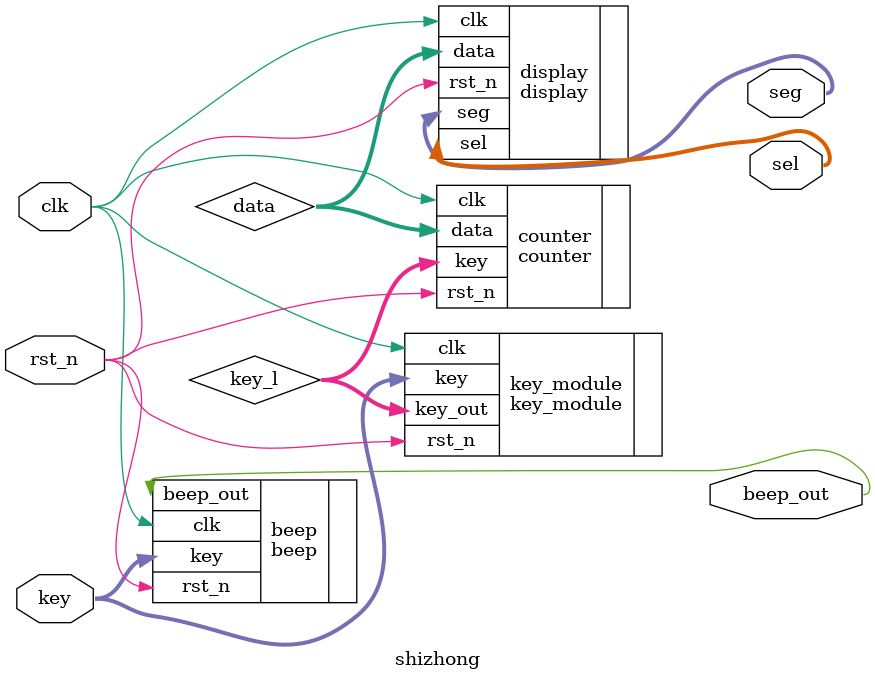
<source format=v>
module	shizhong(clk,key,rst_n,seg,sel,beep_out);
	
	input	clk,rst_n;
	input	[3:0]key;
	
	output	[7:0]seg;
	output	[2:0]sel;
	output	beep_out;
	wire	[3:0]key_l;
	wire	[23:0]data;
	counter	counter(
		.clk(clk),
		.rst_n(rst_n),
		.key(key_l),
		.data(data)
	);
							
	display	display(
		.data(data),
		.clk(clk),
		.rst_n(rst_n),
		.sel(sel),
		.seg(seg)
	);
							
	key_module	key_module(
		.clk(clk),
		.rst_n(rst_n),
		.key(key),
		.key_out(key_l)
	);
	beep	beep(
		.clk(clk),
		.rst_n(rst_n),
		.key(key),
		.beep_out(beep_out)
	);
endmodule

</source>
